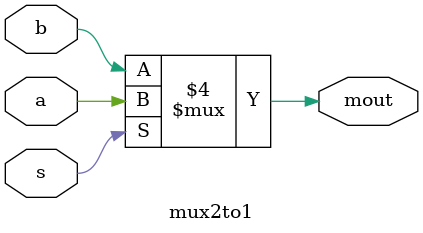
<source format=v>
/* Implemented using behavioural abstraction */
module mux2to1(a,b,s,mout);

output mout;
input a,b,s;
reg mout;

always @(a or b or s)
	begin
	if (s==1)
	begin
	   mout=a;
	   $display(" %b  %b  %b ---- %b", a, b, s, mout);
	end
	else
	begin
	   mout=b;
	   $display(" %b  %b  %b ---- %b", a, b, s, mout);
	end
	end
endmodule
</source>
